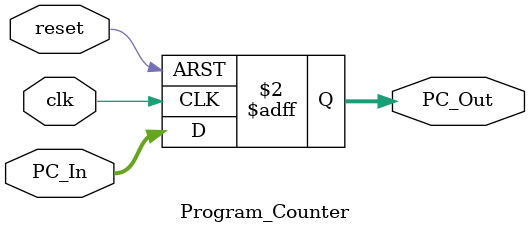
<source format=v>
module Program_Counter
(
	input clk,reset,
	input [63:0] PC_In,
	output reg [63:0] PC_Out
);

//	initial 
//	PC_In=64'd0;

	always @ (posedge clk or posedge reset)
	begin
		if (reset)
			PC_Out=64'd0;
		else
			PC_Out=PC_In;
	end

endmodule

</source>
